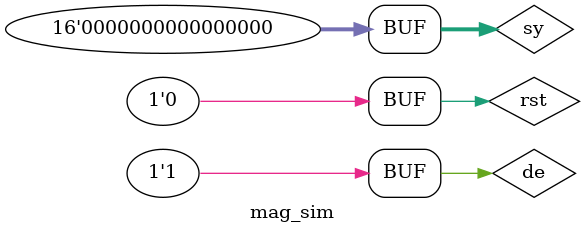
<source format=v>
`timescale 1ns / 1ps


module mag_sim;
    reg rst;
    reg de;
    reg [15:0] sx=0;
    reg [15:0] sy=0;
    wire [3:0] bc;
    wire [3:0] lc;
    wire xt;
    wire yt;
    
    magnifier mag(
        rst,
        de,
        sx,
        sy,
        bc,
        lc,
        xt,
        yt
    );
    
    initial begin
        rst = 1; #22 rst = 0;de = 1;
    end
    
    
    always #10 sx <= sx == 640-1 ? 0 : sx + 1;

endmodule

</source>
